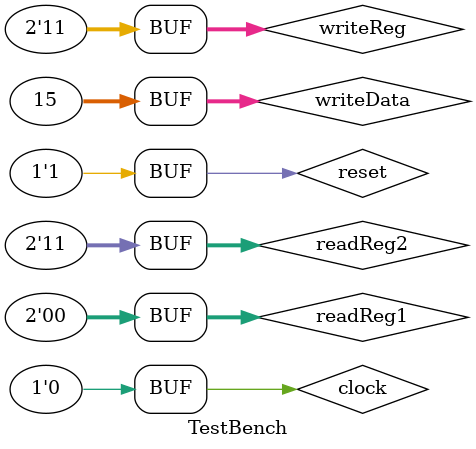
<source format=v>
module Dff(q, d, clock, reset);
	input d, clock, reset;
	output reg q;

	always @(posedge clock)
	begin
		// active-low reset
		if (!reset)
			q = 1'b0;
		else
			q = d;
	end
endmodule

/* without using Dff
module RegBits32(q, d, clock, reset);
	input [31:0] d;
	input clock, reset;
	output reg [31:0] q;
	
	integer j;

	always @(posedge clock)
	begin
		if (!reset)
			q = 32'b0;
		else
		begin
			for (j = 0; j < 32; j = j + 1)
				q[j] = d[j];
		end
	end
endmodule
*/

module RegBits32(q, d, clock, reset);
	input [31:0] d;
	input clock, reset;
	output [31:0] q;

	genvar j;
	generate
		for (j = 0; j < 32; j = j + 1)
		begin: regLoop
			Dff dff(q[j], d[j], clock, reset);
		end
	endgenerate
endmodule

module Mux4To1Bits32(out, in0, in1, in2, in3, sel);
	input [31:0] in0, in1, in2, in3;
	input [1:0] sel;
	output [31:0] out;

	assign out = (sel[1] == 0) ? (sel[0] == 0 ? in0 : in1) : 
		(sel[0] == 0 ? in2 : in3); 
endmodule

module Decoder2To4(out, in);
	input [1:0] in;
	output [3:0] out;

	assign out = {in[1] & in[0], in[1] & ~in[0],
		~in[1] & in[0], ~in[1] & ~in[0]};
endmodule

module RegFile(readData1, readData2, readReg1, readReg2,
				writeReg, writeData, regWrite, clock, reset);
	input [1:0] readReg1, readReg2, writeReg;
	input regWrite, clock, reset;
	input [31:0] writeData;

	output [31:0] readData1, readData2;

	wire [3:0] writeRegSel, clocks;
	wire [31:0] q0, q1, q2, q3;
	genvar j;

	Decoder2To4 de(writeRegSel, writeReg);

	generate
		for (j = 0; j < 4; j = j + 1)
		begin: setClock
			and a(clocks[j], regWrite, writeRegSel[j], clock);
		end
	endgenerate

	RegBits32 r0(q0, writeData, clocks[0], reset);
	RegBits32 r1(q1, writeData, clocks[1], reset);
	RegBits32 r2(q2, writeData, clocks[2], reset);
	RegBits32 r3(q3, writeData, clocks[3], reset);

	Mux4To1Bits32 m0(readData1, q0, q1, q2, q3, readReg1);
	Mux4To1Bits32 m1(readData2, q0, q1, q2, q3, readReg2);
endmodule

module TestBench;
	reg [31:0] writeData;
	reg reset, regWrite, clock;
	reg [1:0] readReg1, readReg2, writeReg;
	wire [31:0] readData1, readData2;

	RegFile rgf(readData1, readData2, readReg1, readReg2,
				writeReg, writeData, regWrite, clock, reset);
	
	initial
	begin
		$monitor($time, "%b\t%d\t%d\t%d", clock, writeData, readData1, readData2);
		reset = 0; readReg1 = 2'b00; readReg2 = 2'b11; clock = 0;
		#2 clock = 1;
		#4 reset = 1; clock = 0;
		#6 clock = 1; writeData = 32'd15; writeReg = 2'b11;
		#8 clock = 0;
	end
endmodule

</source>
